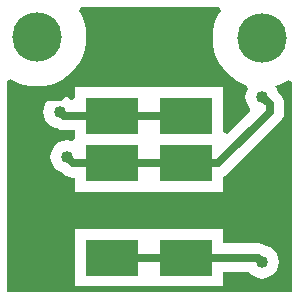
<source format=gbl>
%FSLAX25Y25*%
%MOIN*%
G70*
G01*
G75*
G04 Layer_Physical_Order=2*
G04 Layer_Color=65280*
%ADD10P,0.08352X4X105.0*%
%ADD11R,0.05906X0.05906*%
%ADD12P,0.08352X4X345.0*%
%ADD13R,0.08000X0.05000*%
%ADD14C,0.02500*%
%ADD15C,0.16500*%
%ADD16C,0.04000*%
%ADD17R,0.17716X0.12205*%
G36*
X473721Y596177D02*
X473180Y595368D01*
X472223Y593428D01*
X471528Y591380D01*
X471106Y589258D01*
X470965Y587100D01*
X471106Y584942D01*
X471528Y582820D01*
X472223Y580772D01*
X473180Y578832D01*
X474382Y577034D01*
X475808Y575408D01*
X477434Y573982D01*
X479232Y572780D01*
X481172Y571823D01*
X482032Y571531D01*
X482651Y570165D01*
X482142Y568936D01*
X481952Y567500D01*
X482142Y566064D01*
X482696Y564726D01*
X483577Y563577D01*
X483622Y562897D01*
X475944Y555220D01*
X474558Y555794D01*
Y570747D01*
X425235D01*
Y567430D01*
X424072Y566537D01*
X423890Y566448D01*
X422774Y567304D01*
X421436Y567858D01*
X420000Y568048D01*
X418564Y567858D01*
X417226Y567304D01*
X416077Y566423D01*
X415196Y565274D01*
X414642Y563936D01*
X414453Y562500D01*
X414642Y561064D01*
X415196Y559726D01*
X416077Y558577D01*
X417226Y557696D01*
X418564Y557142D01*
X418812Y557109D01*
X418960Y556995D01*
D01*
D01*
Y556995D01*
X418960Y556995D01*
D01*
D01*
X418960D01*
Y556995D01*
D01*
X418960D01*
Y556995D01*
X420116Y556516D01*
X421356Y556353D01*
X425235D01*
Y554998D01*
Y553670D01*
X423988Y552837D01*
X423936Y552858D01*
X422500Y553048D01*
X421064Y552858D01*
X419726Y552304D01*
X418577Y551423D01*
X417696Y550274D01*
X417142Y548936D01*
X416953Y547500D01*
X417142Y546064D01*
X417696Y544726D01*
X418577Y543577D01*
X419726Y542696D01*
X421064Y542142D01*
X421086Y542139D01*
X421216Y542008D01*
D01*
X421216Y542008D01*
X421216Y542008D01*
D01*
D01*
D01*
X421216Y542008D01*
Y542008D01*
X422208Y541247D01*
X423364Y540768D01*
Y540768D01*
X423364Y540768D01*
D01*
D01*
D01*
X423364D01*
Y540768D01*
X423364Y540768D01*
X423364Y540768D01*
X424604Y540605D01*
X425235D01*
Y535794D01*
X474558D01*
Y540943D01*
X474953Y541107D01*
X475292Y541247D01*
X476284Y542008D01*
X493388Y559112D01*
X494149Y560105D01*
X494628Y561260D01*
X494791Y562500D01*
D01*
D01*
D01*
D01*
D01*
X494791D01*
D01*
D01*
D01*
D01*
Y562500D01*
X494791D01*
D01*
Y562500D01*
D01*
D01*
D01*
D01*
D01*
D01*
D01*
D01*
D01*
D01*
D01*
D01*
Y562500D01*
D01*
X494791D01*
D01*
D01*
D01*
D01*
X494791Y562500D01*
Y565000D01*
D01*
D01*
D01*
D01*
X494791D01*
D01*
D01*
D01*
D01*
D01*
X494791D01*
Y565000D01*
D01*
D01*
Y565000D01*
D01*
D01*
D01*
D01*
D01*
D01*
D01*
D01*
D01*
D01*
D01*
D01*
Y565000D01*
D01*
X494791D01*
D01*
D01*
D01*
D01*
D01*
D01*
D01*
X494791Y565000D01*
D01*
D01*
D01*
X494628Y566240D01*
X494149Y567395D01*
X493388Y568388D01*
X492861Y568914D01*
X492858Y568936D01*
X492304Y570274D01*
X491737Y571013D01*
X491780Y571128D01*
X493828Y571823D01*
X495768Y572780D01*
X496177Y573054D01*
X497500Y572346D01*
Y502500D01*
X402500D01*
Y572680D01*
X403823Y573387D01*
X404132Y573180D01*
X406072Y572223D01*
X408120Y571528D01*
X410242Y571106D01*
X412400Y570965D01*
X414558Y571106D01*
X416680Y571528D01*
X418728Y572223D01*
X420668Y573180D01*
X422466Y574382D01*
X424092Y575808D01*
X425518Y577434D01*
X426720Y579232D01*
X427677Y581172D01*
X428372Y583220D01*
X428794Y585342D01*
X428935Y587500D01*
X428794Y589658D01*
X428372Y591780D01*
X427677Y593828D01*
X426720Y595768D01*
X426446Y596177D01*
X427154Y597500D01*
X473014D01*
X473721Y596177D01*
D02*
G37*
%LPC*%
G36*
X474558Y523502D02*
X425235D01*
Y504298D01*
X474558D01*
Y509109D01*
X483169D01*
X483577Y508577D01*
X484726Y507696D01*
X486064Y507142D01*
X487500Y506952D01*
X488936Y507142D01*
X490274Y507696D01*
X491423Y508577D01*
X492304Y509726D01*
X492858Y511064D01*
X493048Y512500D01*
X492858Y513936D01*
X492304Y515274D01*
X491423Y516423D01*
X490274Y517304D01*
X488936Y517858D01*
X488704Y517889D01*
X488495Y518049D01*
X488157Y518189D01*
X487340Y518528D01*
X486100Y518691D01*
X474558D01*
Y523502D01*
D02*
G37*
%LPD*%
D14*
X424648Y529648D02*
X482148D01*
X492500Y540000D01*
X420000Y567500D02*
X442500Y590000D01*
X412500Y517500D02*
Y550000D01*
X405000Y557500D02*
X412500Y550000D01*
X405000Y557500D02*
Y562500D01*
X410000Y567500D01*
X420000D01*
X421356Y561144D02*
X462200D01*
X420000Y562500D02*
X421356Y561144D01*
X442500Y590000D02*
X445000D01*
X412500Y517500D02*
X424648Y529648D01*
X437594Y513900D02*
X486100D01*
X487500Y512500D01*
X424604Y545396D02*
X472896D01*
X487500Y567500D02*
X490000Y565000D01*
Y562500D02*
Y565000D01*
X472896Y545396D02*
X490000Y562500D01*
X422500Y547500D02*
X424604Y545396D01*
D15*
X487500Y587100D02*
D03*
X412400Y587500D02*
D03*
D16*
X487500Y512500D02*
D03*
X422500Y547500D02*
D03*
X420000Y562500D02*
D03*
X487500Y567500D02*
D03*
X492500Y540000D02*
D03*
X412500Y517500D02*
D03*
X445000Y590000D02*
D03*
D17*
X462200Y561144D02*
D03*
X437594D02*
D03*
X462200Y545396D02*
D03*
Y529648D02*
D03*
Y513900D02*
D03*
X437594Y545396D02*
D03*
Y529648D02*
D03*
Y513900D02*
D03*
M02*

</source>
